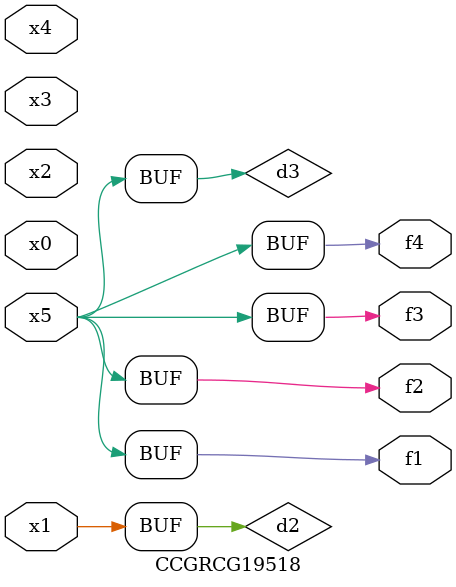
<source format=v>
module CCGRCG19518(
	input x0, x1, x2, x3, x4, x5,
	output f1, f2, f3, f4
);

	wire d1, d2, d3;

	not (d1, x5);
	or (d2, x1);
	xnor (d3, d1);
	assign f1 = d3;
	assign f2 = d3;
	assign f3 = d3;
	assign f4 = d3;
endmodule

</source>
